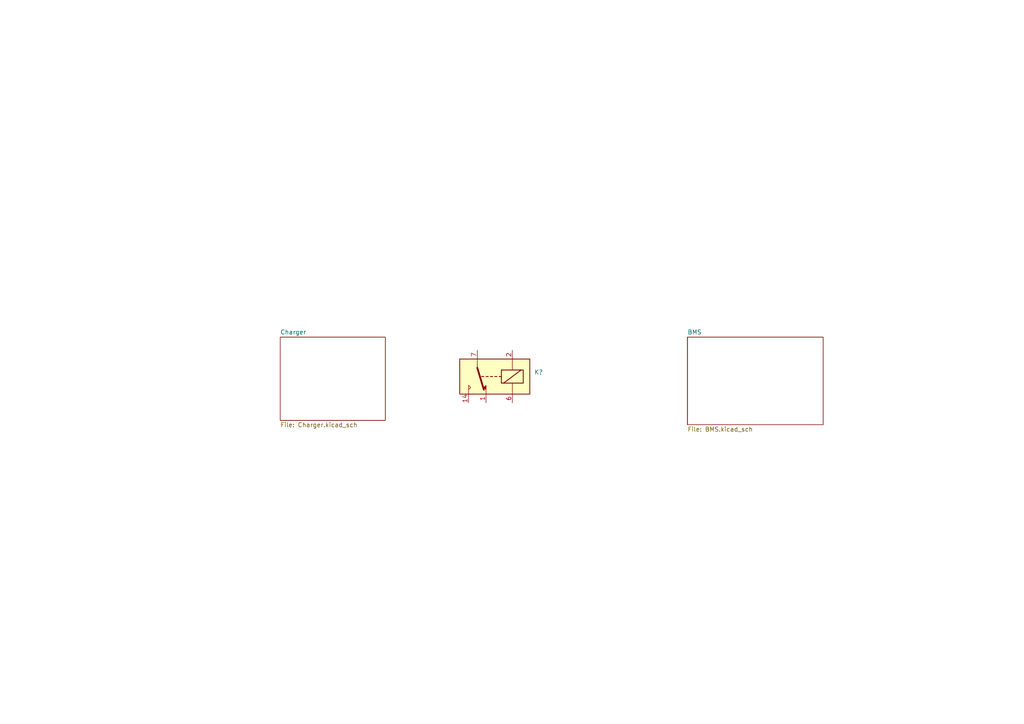
<source format=kicad_sch>
(kicad_sch (version 20211123) (generator eeschema)
  (paper "A4")
  (lib_symbols
    (symbol "Relay:DIPxx-1Cxx-51x"
      (property "Reference" "K" (at 11.43 3.81 0))
      (property "Value" "DIPxx-1Cxx-51x" (at 11.43 1.27 0))
      (symbol "DIPxx-1Cxx-51x_0_0"
        (polyline (pts (xy 2.54 5.08) (xy 2.54 2.54) (xy 3.175 3.175) (xy 2.54 3.81)) (fill (type outline)))
        (polyline (pts (xy 7.62 5.08) (xy 7.62 2.54) (xy 6.985 3.175) (xy 7.62 3.81)))
      )
      (symbol "DIPxx-1Cxx-51x_0_1"
        (rectangle (start -10.16 5.08) (end 10.16 -5.08) (stroke (width 0.254)) (fill (type background)))
        (rectangle (start -8.255 1.905) (end -1.905 -1.905) (stroke (width 0.254)))
        (polyline (pts (xy -7.62 -1.905) (xy -2.54 1.905)) (stroke (width 0.254)))
        (polyline (pts (xy -5.08 -5.08) (xy -5.08 -1.905)))
        (polyline (pts (xy -5.08 5.08) (xy -5.08 1.905)))
        (polyline (pts (xy -1.905 0) (xy -1.27 0)) (stroke (width 0.254)))
        (polyline (pts (xy -0.635 0) (xy 0 0)) (stroke (width 0.254)))
        (polyline (pts (xy 0.635 0) (xy 1.27 0)) (stroke (width 0.254)))
        (polyline (pts (xy 1.905 0) (xy 2.54 0)) (stroke (width 0.254)))
        (polyline (pts (xy 3.175 0) (xy 3.81 0)) (stroke (width 0.254)))
        (polyline (pts (xy 5.08 -2.54) (xy 3.175 3.81)) (stroke (width 0.508)))
        (polyline (pts (xy 5.08 -2.54) (xy 5.08 -5.08)))
      )
      (symbol "DIPxx-1Cxx-51x_1_1"
        (pin passive line (at 2.54 7.62 270) (length 2.54) (name "~") (number "1"))
        (pin passive line (at 7.62 7.62 270) (length 2.54) (name "~") (number "14"))
        (pin passive line (at -5.08 -7.62 90) (length 2.54) (name "~") (number "2"))
        (pin passive line (at -5.08 7.62 270) (length 2.54) (name "~") (number "6"))
        (pin passive line (at 5.08 -7.62 90) (length 2.54) (name "~") (number "7"))
        (pin passive line (at 5.08 -7.62 90) (length 2.54) hide (name "~") (number "8"))
      )
    )
  )
  (symbol (lib_id "Relay:DIPxx-1Cxx-51x") (at 143.51 109.22 180) (unit 1)
    (property "Reference" "K?" (at 154.94 107.9499 0) (effects (justify right)))
    (property "Value" "DIPxx-1Cxx-51x" (effects hide))
    (property "Footprint" "Relay_THT:Relay_StandexMeder_DIP_LowProfile" (effects hide))
    (property "Datasheet" "https://standexelectronics.com/wp-content/uploads/datasheet_reed_relay_DIP.pdf" (effects hide))
  )
  (sheet (at 81.28 97.79) (size 30.48 24.13) (stroke (width 0.1524))
    (property "Sheet name" "Charger" (at 81.28 97.0784 0) (effects (justify left bottom)))
    (property "Sheet file" "Charger.kicad_sch" (at 81.28 122.5046 0) (effects (justify left top)))
  )
  (sheet (at 199.39 97.79) (size 39.37 25.4) (stroke (width 0.1524))
    (property "Sheet name" "BMS" (at 199.39 97.0784 0) (effects (justify left bottom)))
    (property "Sheet file" "BMS.kicad_sch" (at 199.39 123.7746 0) (effects (justify left top)))
  )
)
</source>
